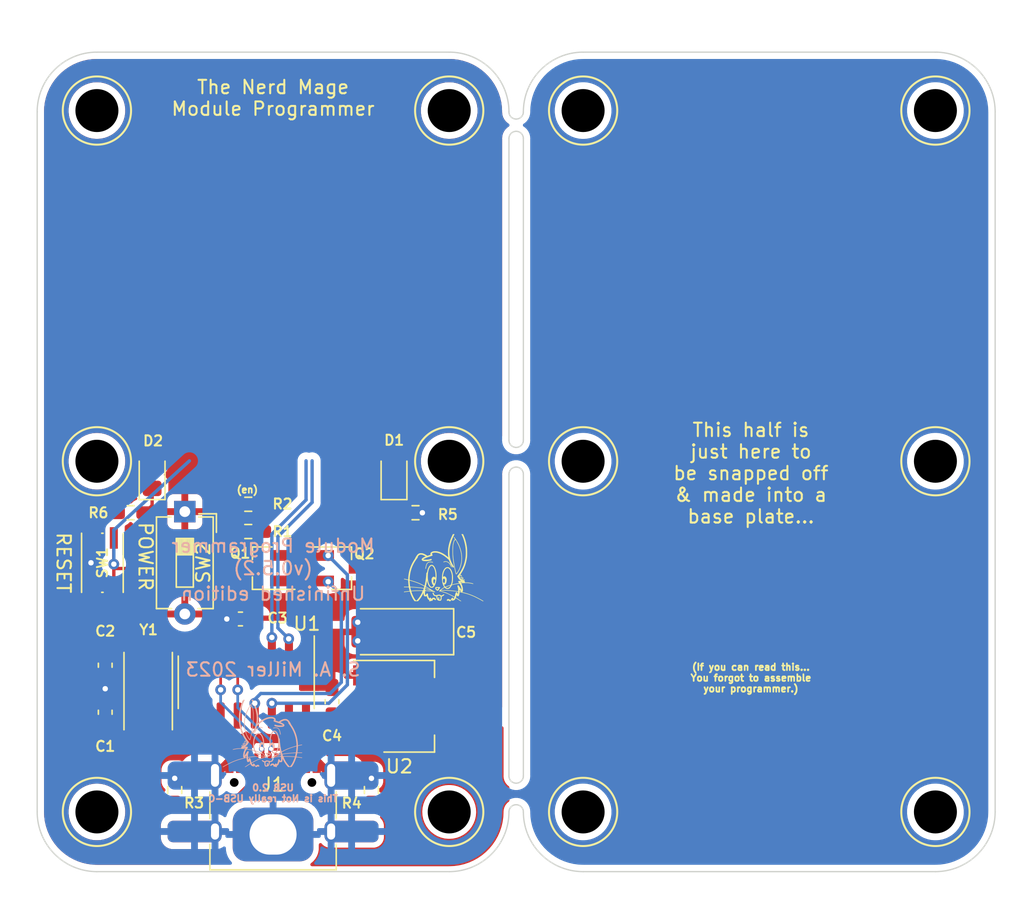
<source format=kicad_pcb>
(kicad_pcb (version 20211014) (generator pcbnew)
  (layers (0 "F.Cu" signal) (31 "B.Cu" signal) (34 "B.Paste" user) (35 "F.Paste" user) (36 "B.SilkS" user "B.Silkscreen") (37 "F.SilkS" user "F.Silkscreen") (38 "B.Mask" user) (39 "F.Mask" user) (44 "Edge.Cuts" user))
  (net 0 "")
  (net 1 "GND")
  (net 2 "Net-(C1-Pad1)")
  (net 3 "Net-(C2-Pad1)")
  (net 4 "RxD")
  (net 5 "TxD")
  (net 6 "RST")
  (net 7 "io0")
  (net 8 "DCD")
  (net 9 "RI")
  (net 10 "DSR")
  (net 11 "CTS")
  (net 12 "DTR")
  (net 13 "RTS")
  (net 14 "Vcc")
  (net 15 "UD+")
  (net 16 "UD-")
  (net 17 "+3.3V")
  (net 19 "EN")
  (net 20 "Vsw")
  (net 23 "CC1")
  (net 24 "CC2")
  (net 25 "Net-(D1-Pad1)")
  (net 26 "Net-(D2-Pad1)")
  (footprint "Tinker:Mount" (layer "F.Cu") (at 163.108 67.919546)
    (fp_text reference "REF**" hide)
    (fp_text value "Mount" hide)
    (pad "" np_thru_hole circle (at 0 0) (size 3.2 3.2) (drill 3.2) (layers *.Mask))
  )
  (footprint "Tinker:C_0603_1608Metric_Pad1.08x0.95mm_HandSolder" (layer "F.Cu") (at 137.51 109.217455 -90)
    (fp_text reference "C2" (at -2.54 0) (layer "F.SilkS") (effects (font (size 0.75 0.75))))
    (fp_text value "20p")
    (pad "1" smd roundrect (at -1.0625 0 270) (size 1.275 0.95) (layers "F.Cu" "F.Paste" "F.Mask") (net 3 "Net-(C2-Pad1)"))
    (pad "2" smd roundrect (at 1.0625 0 270) (size 1.275 0.95) (layers "F.Cu" "F.Paste" "F.Mask") (net 1 "GND"))
  )
  (footprint "Capacitor_Tantalum_SMD:CP_EIA-6032-28_Kemet-C_Pad2.25x2.35mm_HandSolder" (layer "F.Cu") (at 159.505545 106.722019 180)
    (fp_text reference "C5" (at -4.857981 -0.04394) (layer "F.SilkS") (effects (font (size 0.75 0.75))))
    (fp_text value "22uf")
    (pad "1" smd roundrect (at -2.55 0 180) (size 2.25 2.35) (layers "F.Cu" "F.Paste" "F.Mask") (roundrect_rratio 0.1111111111) (net 17 "+3.3V"))
    (pad "2" smd roundrect (at 2.55 0 180) (size 2.25 2.35) (layers "F.Cu" "F.Paste" "F.Mask") (roundrect_rratio 0.1111111111) (net 1 "GND"))
  )
  (footprint "Tinker:Mount" (layer "F.Cu") (at 136.892 120.139455)
    (fp_text reference "REF**" hide)
    (fp_text value "Mount" hide)
    (pad "" np_thru_hole circle (at 0 0) (size 3.2 3.2) (drill 3.2) (layers *.Mask))
  )
  (footprint "Tinker:USB_C_Receptacle_HRO_TYPE-C-31-M-12" (layer "F.Cu") (at 150 120.547455)
    (fp_text reference "J1" (at 0 -2.44) (layer "F.SilkS"))
    (fp_text value "USB_C_Receptacle_USB2.0")
    (pad "" np_thru_hole circle (at -2.89 -2.6) (size 0.65 0.65) (drill 0.65) (layers *.Mask))
    (pad "" np_thru_hole circle (at 2.89 -2.6) (size 0.65 0.65) (drill 0.65) (layers *.Mask))
    (pad "A1" smd rect (at -3.25 -4.045) (size 0.6 1.45) (layers "F.Cu" "F.Paste" "F.Mask") (net 1 "GND"))
    (pad "A4" smd rect (at -2.45 -4.045) (size 0.6 1.45) (layers "F.Cu" "F.Paste" "F.Mask") (net 14 "Vcc"))
    (pad "A5" smd rect (at -1.25 -4.045) (size 0.3 1.45) (layers "F.Cu" "F.Paste" "F.Mask") (net 23 "CC1"))
    (pad "A6" smd rect (at -0.25 -4.045) (size 0.3 1.45) (layers "F.Cu" "F.Paste" "F.Mask") (net 15 "UD+"))
    (pad "A7" smd rect (at 0.25 -4.045) (size 0.3 1.45) (layers "F.Cu" "F.Paste" "F.Mask") (net 16 "UD-"))
    (pad "A8" smd rect (at 1.25 -4.045) (size 0.3 1.45) (layers "F.Cu" "F.Paste" "F.Mask"))
    (pad "A9" smd rect (at 2.45 -4.045) (size 0.6 1.45) (layers "F.Cu" "F.Paste" "F.Mask") (net 14 "Vcc"))
    (pad "A12" smd rect (at 3.25 -4.045) (size 0.6 1.45) (layers "F.Cu" "F.Paste" "F.Mask") (net 1 "GND"))
    (pad "B1" smd rect (at 3.25 -4.045) (size 0.6 1.45) (layers "F.Cu" "F.Paste" "F.Mask") (net 1 "GND"))
    (pad "B4" smd rect (at 2.45 -4.045) (size 0.6 1.45) (layers "F.Cu" "F.Paste" "F.Mask") (net 14 "Vcc"))
    (pad "B5" smd rect (at 1.75 -4.045) (size 0.3 1.45) (layers "F.Cu" "F.Paste" "F.Mask") (net 24 "CC2"))
    (pad "B6" smd rect (at 0.75 -4.045) (size 0.3 1.45) (layers "F.Cu" "F.Paste" "F.Mask") (net 15 "UD+"))
    (pad "B7" smd rect (at -0.75 -4.045) (size 0.3 1.45) (layers "F.Cu" "F.Paste" "F.Mask") (net 16 "UD-"))
    (pad "B8" smd rect (at -1.75 -4.045) (size 0.3 1.45) (layers "F.Cu" "F.Paste" "F.Mask"))
    (pad "B9" smd rect (at -2.45 -4.045) (size 0.6 1.45) (layers "F.Cu" "F.Paste" "F.Mask") (net 14 "Vcc"))
    (pad "B12" smd rect (at -3.25 -4.045) (size 0.6 1.45) (layers "F.Cu" "F.Paste" "F.Mask") (net 1 "GND"))
    (pad "S1" smd roundrect (at -5.846965 -3.118205) (size 4 2.1) (layers "B.Cu" "B.Paste" "B.Mask") (net 1 "GND"))
    (pad "S1" thru_hole oval (at 4.32 -3.13) (size 1 2.1) (drill oval 0.6 1.7) (layers *.Cu *.Mask) (net 1 "GND"))
    (pad "S1" smd roundrect (at 5.096965 -3.118205) (size 2.5 2.1) (layers "F.Cu" "F.Paste" "F.Mask") (net 1 "GND"))
    (pad "S1" smd roundrect (at -5.846965 1.05) (size 4 1.6) (layers "F.Cu" "F.Paste" "F.Mask") (net 1 "GND"))
    (pad "S1" smd roundrect (at -5.846965 1.05) (size 4 1.6) (layers "B.Cu" "B.Paste" "B.Mask") (net 1 "GND"))
    (pad "S1" thru_hole oval (at 4.32 1.05) (size 1 1.6) (drill oval 0.6 1.2) (layers *.Cu *.Mask) (net 1 "GND"))
    (pad "S1" thru_hole oval (at -4.32 1.05) (size 1 1.6) (drill oval 0.6 1.2) (layers *.Cu *.Mask) (net 1 "GND"))
    (pad "S1" thru_hole oval (at -4.32 -3.13) (size 1 2.1) (drill oval 0.6 1.7) (layers *.Cu *.Mask) (net 1 "GND"))
    (pad "S1" smd roundrect (at 5.846965 1.05) (size 4 1.6) (layers "B.Cu" "B.Paste" "B.Mask") (net 1 "GND"))
    (pad "S1" smd roundrect (at 5.846965 1.05) (size 4 1.6) (layers "F.Cu" "F.Paste" "F.Mask") (net 1 "GND"))
    (pad "S1" thru_hole roundrect (at 0 1.27 180) (size 6 4) (drill oval 3.5 3) (layers *.Cu *.Mask) (net 1 "GND"))
    (pad "S1" smd roundrect (at 5.846965 -3.118205) (size 4 2.1) (layers "B.Cu" "B.Paste" "B.Mask") (net 1 "GND"))
    (pad "S1" smd roundrect (at -5.096965 -3.118205) (size 2.5 2.1) (layers "F.Cu" "F.Paste" "F.Mask") (net 1 "GND"))
  )
  (footprint "Tinker:Mount" (layer "F.Cu") (at 199.288 94.029455)
    (fp_text reference "REF**" hide)
    (fp_text value "Mount" hide)
    (pad "" np_thru_hole circle (at 0 0) (size 3.2 3.2) (drill 3.2) (layers *.Mask))
  )
  (footprint "Tinker:R_0603_1608Metric_Pad0.98x0.95mm_HandSolder" (layer "F.Cu") (at 148.154241 97.233483)
    (fp_text reference "R2" (at 2.545759 -0.018765) (layer "F.SilkS") (effects (font (size 0.75 0.75))))
    (fp_text value "10K")
    (pad "1" smd roundrect (at -1.0625 0) (size 1.275 0.95) (layers "F.Cu" "F.Paste" "F.Mask") (net 20 "Vsw"))
    (pad "2" smd roundrect (at 1.0625 0) (size 1.275 0.95) (layers "F.Cu" "F.Paste" "F.Mask") (net 19 "EN"))
  )
  (footprint "Tinker:Mount" (layer "F.Cu") (at 163.108 120.139455)
    (fp_text reference "REF**" hide)
    (fp_text value "Mount" hide)
    (pad "" np_thru_hole circle (at 0 0) (size 3.2 3.2) (drill 3.2) (layers *.Mask))
  )
  (footprint "Crystal:Crystal_SMD_5032-2Pin_5.0x3.2mm" (layer "F.Cu") (at 140.706663 110.967455 90)
    (fp_text reference "Y1" (at 4.39 0.031943) (layer "F.SilkS") (effects (font (size 0.75 0.75))))
    (fp_text value "12M")
    (pad "1" smd rect (at -2.35 0 90) (size 3 2.4) (layers "F.Cu" "F.Paste" "F.Mask") (net 2 "Net-(C1-Pad1)"))
    (pad "2" smd rect (at 2.35 0 90) (size 3 2.4) (layers "F.Cu" "F.Paste" "F.Mask") (net 3 "Net-(C2-Pad1)"))
  )
  (footprint "Tinker:Mount" (layer "F.Cu") (at 173.072 120.139455)
    (fp_text reference "REF**" hide)
    (fp_text value "Mount" hide)
    (pad "" np_thru_hole circle (at 0 0) (size 3.2 3.2) (drill 3.2) (layers *.Mask))
  )
  (footprint "Package_TO_SOT_SMD:SOT-23_Handsoldering" (layer "F.Cu") (at 149.221453 101.990491 180)
    (fp_text reference "Q1" (at 1.674448 1.113434) (layer "F.SilkS") (effects (font (size 0.75 0.75))))
    (fp_text value "MMBT3904")
    (pad "1" smd rect (at -1.5 -0.95 180) (size 1.9 0.8) (layers "F.Cu" "F.Paste" "F.Mask") (net 12 "DTR"))
    (pad "2" smd rect (at -1.5 0.95 180) (size 1.9 0.8) (layers "F.Cu" "F.Paste" "F.Mask") (net 13 "RTS"))
    (pad "3" smd rect (at 1.5 0 180) (size 1.9 0.8) (layers "F.Cu" "F.Paste" "F.Mask") (net 6 "RST"))
  )
  (footprint "Tinker:R_0603_1608Metric_Pad0.98x0.95mm_HandSolder" (layer "F.Cu") (at 142.68 118.507455 90)
    (fp_text reference "R3" (at -0.9668 1.439812) (layer "F.SilkS") (effects (font (size 0.75 0.75))))
    (fp_text value "5k1")
    (pad "1" smd roundrect (at -1.0625 0 90) (size 1.275 0.95) (layers "F.Cu" "F.Paste" "F.Mask") (net 23 "CC1"))
    (pad "2" smd roundrect (at 1.0625 0 90) (size 1.275 0.95) (layers "F.Cu" "F.Paste" "F.Mask") (net 1 "GND"))
  )
  (footprint "Tinker:R_0603_1608Metric_Pad0.98x0.95mm_HandSolder" (layer "F.Cu") (at 157.32 118.507455 90)
    (fp_text reference "R4" (at -0.979818 -1.470937) (layer "F.SilkS") (effects (font (size 0.75 0.75))))
    (fp_text value "5k1")
    (pad "1" smd roundrect (at -1.0625 0 90) (size 1.275 0.95) (layers "F.Cu" "F.Paste" "F.Mask") (net 24 "CC2"))
    (pad "2" smd roundrect (at 1.0625 0 90) (size 1.275 0.95) (layers "F.Cu" "F.Paste" "F.Mask") (net 1 "GND"))
  )
  (footprint "Tinker:Mount" (layer "F.Cu") (at 136.892 94.029455)
    (fp_text reference "REF**" hide)
    (fp_text value "Mount" hide)
    (pad "" np_thru_hole circle (at 0 0) (size 3.2 3.2) (drill 3.2) (layers *.Mask))
  )
  (footprint "Tinker:SW_DIP_SPSTx01_Slide_6.7x4.1mm_W7.62mm_P2.54mm_LowProfile" (layer "F.Cu") (at 143.433 101.590491 -90)
    (fp_text reference "SW2" (at 0.009624 -1.373823 90) (layer "F.SilkS"))
    (fp_text value "SW_DIP_x01")
    (pad "1" thru_hole rect (at -3.81 0 270) (size 1.6 1.6) (drill 0.8) (layers *.Cu *.Mask) (net 20 "Vsw"))
    (pad "2" thru_hole oval (at 3.81 0 270) (size 1.6 1.6) (drill 0.8) (layers *.Cu *.Mask) (net 17 "+3.3V"))
  )
  (footprint "Tinker:C_0603_1608Metric_Pad1.08x0.95mm_HandSolder" (layer "F.Cu") (at 154.387518 111.930933 90)
    (fp_text reference "C4" (at -2.54 0) (layer "F.SilkS") (effects (font (size 0.75 0.75))))
    (fp_text value "100nf")
    (pad "1" smd roundrect (at -1.0625 0 90) (size 1.275 0.95) (layers "F.Cu" "F.Paste" "F.Mask") (net 14 "Vcc"))
    (pad "2" smd roundrect (at 1.0625 0 90) (size 1.275 0.95) (layers "F.Cu" "F.Paste" "F.Mask") (net 1 "GND"))
  )
  (footprint "Package_SO:SOIC-16_3.9x9.9mm_P1.27mm" (layer "F.Cu") (at 148.005 110.487455 -90)
    (fp_text reference "U1" (at -4.358951 -4.515147) (layer "F.SilkS"))
    (fp_text value "CH340G")
    (pad "1" smd roundrect (at -2.475 -4.445 270) (size 1.95 0.6) (layers "F.Cu" "F.Paste" "F.Mask") (net 1 "GND"))
    (pad "2" smd roundrect (at -2.475 -3.175 270) (size 1.95 0.6) (layers "F.Cu" "F.Paste" "F.Mask") (net 4 "RxD"))
    (pad "3" smd roundrect (at -2.475 -1.905 270) (size 1.95 0.6) (layers "F.Cu" "F.Paste" "F.Mask") (net 5 "TxD"))
    (pad "4" smd roundrect (at -2.475 -0.635 270) (size 1.95 0.6) (layers "F.Cu" "F.Paste" "F.Mask") (net 17 "+3.3V"))
    (pad "5" smd roundrect (at -2.475 0.635 270) (size 1.95 0.6) (layers "F.Cu" "F.Paste" "F.Mask") (net 15 "UD+"))
    (pad "6" smd roundrect (at -2.475 1.905 270) (size 1.95 0.6) (layers "F.Cu" "F.Paste" "F.Mask") (net 16 "UD-"))
    (pad "7" smd roundrect (at -2.475 3.175 270) (size 1.95 0.6) (layers "F.Cu" "F.Paste" "F.Mask") (net 2 "Net-(C1-Pad1)"))
    (pad "8" smd roundrect (at -2.475 4.445 270) (size 1.95 0.6) (layers "F.Cu" "F.Paste" "F.Mask") (net 3 "Net-(C2-Pad1)"))
    (pad "9" smd roundrect (at 2.475 4.445 270) (size 1.95 0.6) (layers "F.Cu" "F.Paste" "F.Mask") (net 11 "CTS"))
    (pad "10" smd roundrect (at 2.475 3.175 270) (size 1.95 0.6) (layers "F.Cu" "F.Paste" "F.Mask") (net 10 "DSR"))
    (pad "11" smd roundrect (at 2.475 1.905 270) (size 1.95 0.6) (layers "F.Cu" "F.Paste" "F.Mask") (net 9 "RI"))
    (pad "12" smd roundrect (at 2.475 0.635 270) (size 1.95 0.6) (layers "F.Cu" "F.Paste" "F.Mask") (net 8 "DCD"))
    (pad "13" smd roundrect (at 2.475 -0.635 270) (size 1.95 0.6) (layers "F.Cu" "F.Paste" "F.Mask") (net 12 "DTR"))
    (pad "14" smd roundrect (at 2.475 -1.905 270) (size 1.95 0.6) (layers "F.Cu" "F.Paste" "F.Mask") (net 13 "RTS"))
    (pad "15" smd roundrect (at 2.475 -3.175 270) (size 1.95 0.6) (layers "F.Cu" "F.Paste" "F.Mask"))
    (pad "16" smd roundrect (at 2.475 -4.445 270) (size 1.95 0.6) (layers "F.Cu" "F.Paste" "F.Mask") (net 14 "Vcc"))
  )
  (footprint "Tinker:R_0603_1608Metric_Pad0.98x0.95mm_HandSolder" (layer "F.Cu") (at 160.6 97.862287)
    (fp_text reference "R5" (at 2.4 0.134539 180) (layer "F.SilkS") (effects (font (size 0.75 0.75))))
    (fp_text value "2K2")
    (pad "1" smd roundrect (at -1.0625 0) (size 1.275 0.95) (layers "F.Cu" "F.Paste" "F.Mask") (net 25 "Net-(D1-Pad1)"))
    (pad "2" smd roundrect (at 1.0625 0) (size 1.275 0.95) (layers "F.Cu" "F.Paste" "F.Mask") (net 1 "GND"))
  )
  (footprint "Rabbit:rabbit" (layer "F.Cu") (at 163.073996 101.952784)
    (fp_text reference "G***" hide)
    (fp_text value "LOGO" hide)
  )
  (footprint "Tinker:Mount" (layer "F.Cu") (at 173.072 67.919546)
    (fp_text reference "REF**" hide)
    (fp_text value "Mount" hide)
    (pad "" np_thru_hole circle (at 0 0) (size 3.2 3.2) (drill 3.2) (layers *.Mask))
  )
  (footprint "Tinker:Mount" (layer "F.Cu") (at 173.072 94.029455)
    (fp_text reference "REF**" hide)
    (fp_text value "Mount" hide)
    (pad "" np_thru_hole circle (at 0 0) (size 3.2 3.2) (drill 3.2) (layers *.Mask))
  )
  (footprint "Tinker:SW_Push_TS273014TP" (layer "F.Cu") (at 137.3 101.590491 -90)
    (fp_text reference "SW1" (at 0 0 90) (layer "F.SilkS") (effects (font (size 0.75 0.75))))
    (fp_text value "SW_Push")
    (pad "1" smd rect (at -1.85 -0.85 270) (size 1.6 0.6) (layers "F.Cu" "F.Paste" "F.Mask") (net 6 "RST"))
    (pad "1" smd rect (at 1.85 -0.85 270) (size 1.6 0.6) (layers "F.Cu" "F.Paste" "F.Mask") (net 6 "RST"))
    (pad "2" smd rect (at -1.85 0.85 270) (size 1.6 0.6) (layers "F.Cu" "F.Paste" "F.Mask") (net 1 "GND"))
    (pad "2" smd rect (at 1.85 0.85 270) (size 1.6 0.6) (layers "F.Cu" "F.Paste" "F.Mask") (net 1 "GND"))
  )
  (footprint "Tinker:Mount" (layer "F.Cu") (at 136.892 67.919546)
    (fp_text reference "REF**" hide)
    (fp_text value "Mount" hide)
    (pad "" np_thru_hole circle (at 0 0) (size 3.2 3.2) (drill 3.2) (layers *.Mask))
  )
  (footprint "Package_TO_SOT_SMD:SOT-23_Handsoldering" (layer "F.Cu") (at 155.08 101.994172)
    (fp_text reference "Q2" (at 1.710332 -1.073861) (layer "F.SilkS") (effects (font (size 0.75 0.75))))
    (fp_text value "MMBT3904")
    (pad "1" smd rect (at -1.5 -0.95) (size 1.9 0.8) (layers "F.Cu" "F.Paste" "F.Mask") (net 13 "RTS"))
    (pad "2" smd rect (at -1.5 0.95) (size 1.9 0.8) (layers "F.Cu" "F.Paste" "F.Mask") (net 12 "DTR"))
    (pad "3" smd rect (at 1.5 0) (size 1.9 0.8) (layers "F.Cu" "F.Paste" "F.Mask") (net 7 "io0"))
  )
  (footprint "Tinker:R_0603_1608Metric_Pad0.98x0.95mm_HandSolder" (layer "F.Cu") (at 139.4 97.862287 180)
    (fp_text reference "R6" (at 2.4 -0.00632 180) (layer "F.SilkS") (effects (font (size 0.75 0.75))))
    (fp_text value "2K2")
    (pad "1" smd roundrect (at -1.0625 0 180) (size 1.275 0.95) (layers "F.Cu" "F.Paste" "F.Mask") (net 26 "Net-(D2-Pad1)"))
    (pad "2" smd roundrect (at 1.0625 0 180) (size 1.275 0.95) (layers "F.Cu" "F.Paste" "F.Mask") (net 1 "GND"))
  )
  (footprint "Tinker:Mount" (layer "F.Cu") (at 199.288 67.919546)
    (fp_text reference "REF**" hide)
    (fp_text value "Mount" hide)
    (pad "" np_thru_hole circle (at 0 0) (size 3.2 3.2) (drill 3.2) (layers *.Mask))
  )
  (footprint "LED_SMD:LED_0805_2012Metric_Pad1.15x1.40mm_HandSolder" (layer "F.Cu") (at 159 95.025 90)
    (fp_text reference "D1" (at 2.560701 0.00966) (layer "F.SilkS") (effects (font (size 0.75 0.75))))
    (fp_text value "LED")
    (pad "1" smd roundrect (at -1.025 0 90) (size 1.15 1.4) (layers "F.Cu" "F.Paste" "F.Mask") (roundrect_rratio 0.2173913043) (net 25 "Net-(D1-Pad1)"))
    (pad "2" smd roundrect (at 1.025 0 90) (size 1.15 1.4) (layers "F.Cu" "F.Paste" "F.Mask") (roundrect_rratio 0.2173913043) (net 17 "+3.3V"))
  )
  (footprint "Tinker:C_0603_1608Metric_Pad1.08x0.95mm_HandSolder" (layer "F.Cu") (at 137.51 112.717455 90)
    (fp_text reference "C1" (at -2.54 0) (layer "F.SilkS") (effects (font (size 0.75 0.75))))
    (fp_text value "20p")
    (pad "1" smd roundrect (at -1.0625 0 90) (size 1.275 0.95) (layers "F.Cu" "F.Paste" "F.Mask") (net 2 "Net-(C1-Pad1)"))
    (pad "2" smd roundrect (at 1.0625 0 90) (size 1.275 0.95) (layers "F.Cu" "F.Paste" "F.Mask") (net 1 "GND"))
  )
  (footprint "LED_SMD:LED_0805_2012Metric_Pad1.15x1.40mm_HandSolder" (layer "F.Cu") (at 141 95.025 90)
    (fp_text reference "D2" (at 2.511709 0.071764 180) (layer "F.SilkS") (effects (font (size 0.75 0.75))))
    (fp_text value "LED")
    (pad "1" smd roundrect (at -1.025 0 90) (size 1.15 1.4) (layers "F.Cu" "F.Paste" "F.Mask") (roundrect_rratio 0.2173913043) (net 26 "Net-(D2-Pad1)"))
    (pad "2" smd roundrect (at 1.025 0 90) (size 1.15 1.4) (layers "F.Cu" "F.Paste" "F.Mask") (roundrect_rratio 0.2173913043) (net 20 "Vsw"))
  )
  (footprint "Tinker:Mount" (layer "F.Cu") (at 199.288 120.139455)
    (fp_text reference "REF**" hide)
    (fp_text value "Mount" hide)
    (pad "" np_thru_hole circle (at 0 0) (size 3.2 3.2) (drill 3.2) (layers *.Mask))
  )
  (footprint "Package_TO_SOT_SMD:SOT-223-3_TabPin2" (layer "F.Cu") (at 160.105545 112.273364)
    (fp_text reference "U2" (at -0.711477 4.476729) (layer "F.SilkS"))
    (fp_text value "AMS1117-3.3")
    (pad "1" smd rect (at -3.15 -2.3) (size 2 1.5) (layers "F.Cu" "F.Paste" "F.Mask") (net 1 "GND"))
    (pad "2" smd rect (at -3.15 0) (size 2 1.5) (layers "F.Cu" "F.Paste" "F.Mask") (net 17 "+3.3V"))
    (pad "2" smd rect (at 3.15 0) (size 2 3.8) (layers "F.Cu" "F.Paste" "F.Mask") (net 17 "+3.3V"))
    (pad "3" smd rect (at -3.15 2.3) (size 2 1.5) (layers "F.Cu" "F.Paste" "F.Mask") (net 14 "Vcc"))
  )
  (footprint "Tinker:C_0603_1608Metric_Pad1.08x0.95mm_HandSolder" (layer "F.Cu") (at 147.57359 105.77372 180)
    (fp_text reference "C3" (at -2.75772 0.06892) (layer "F.SilkS") (effects (font (size 0.75 0.75))))
    (fp_text value "10nf")
    (pad "1" smd roundrect (at -1.0625 0 180) (size 1.275 0.95) (layers "F.Cu" "F.Paste" "F.Mask") (net 17 "+3.3V"))
    (pad "2" smd roundrect (at 1.0625 0 180) (size 1.275 0.95) (layers "F.Cu" "F.Paste" "F.Mask") (net 1 "GND"))
  )
  (footprint "Tinker:R_0603_1608Metric_Pad0.98x0.95mm_HandSolder" (layer "F.Cu") (at 148.154241 99.262498)
    (fp_text reference "R1" (at 2.545759 0.006202) (layer "F.SilkS") (effects (font (size 0.75 0.75))))
    (fp_text value "10K")
    (pad "1" smd roundrect (at -1.0625 0) (size 1.275 0.95) (layers "F.Cu" "F.Paste" "F.Mask") (net 20 "Vsw"))
    (pad "2" smd roundrect (at 1.0625 0) (size 1.275 0.95) (layers "F.Cu" "F.Paste" "F.Mask") (net 6 "RST"))
  )
  (footprint "Tinker:Mount" (layer "F.Cu") (at 163.108 94.029455)
    (fp_text reference "REF**" hide)
    (fp_text value "Mount" hide)
    (pad "" np_thru_hole circle (at 0 0) (size 3.2 3.2) (drill 3.2) (layers *.Mask))
  )
  (footprint "Rabbit:rabbit" (layer "B.Cu") (at 148.83 114.297455 180)
    (fp_text reference "G***" hide)
    (fp_text value "LOGO" hide)
  )
  (gr_line (start 163.108 63.569635) (end 136.892001 63.569636) (layer "Edge.Cuts") (width 0.1))
  (gr_arc (start 132.447 68.014637) (mid 133.748927 64.871552) (end 136.892001 63.569636) (layer "Edge.Cuts") (width 0.1))
  (gr_arc (start 203.733 120.139454) (mid 202.431112 123.282566) (end 199.288 124.584454) (layer "Edge.Cuts") (width 0.1))
  (gr_arc (start 168.627 68.014637) (mid 169.928943 64.871579) (end 173.072001 63.569636) (layer "Edge.Cuts") (width 0.1))
  (gr_arc (start 199.288 63.569635) (mid 202.431083 64.871553) (end 203.733001 68.014636) (layer "Edge.Cuts") (width 0.1))
  (gr_arc (start 173.072 124.584454) (mid 169.92892 123.282534) (end 168.627 120.139454) (layer "Edge.Cuts") (width 0.1))
  (gr_arc (start 167.553 120.139454) (mid 166.25109 123.282544) (end 163.108 124.584454) (layer "Edge.Cuts") (width 0.1))
  (gr_line (start 203.733 120.139454) (end 203.733001 68.014636) (layer "Edge.Cuts") (width 0.1))
  (gr_arc (start 168.627 92.463) (mid 168.09 93) (end 167.553 92.463) (layer "Edge.Cuts") (width 0.1))
  (gr_arc (start 167.553 95) (mid 168.09 94.463) (end 168.627 95) (layer "Edge.Cuts") (width 0.1))
  (gr_arc (start 163.108 63.569635) (mid 166.251113 64.871542) (end 167.553001 68.014636) (layer "Edge.Cuts") (width 0.1))
  (gr_arc (start 167.553 70) (mid 168.09 69.463) (end 168.627 70) (layer "Edge.Cuts") (width 0.1))
  (gr_arc (start 167.553 120.139454) (mid 168.09 119.602454) (end 168.627 120.139454) (layer "Edge.Cuts") (width 0.1))
  (gr_line (start 168.627 95) (end 168.627 117.463) (layer "Edge.Cuts") (width 0.1))
  (gr_line (start 136.892 124.584454) (end 163.108 124.584454) (layer "Edge.Cuts") (width 0.1))
  (gr_arc (start 168.627 117.463) (mid 168.09 118) (end 167.553 117.463) (layer "Edge.Cuts") (width 0.1))
  (gr_line (start 199.288 63.569635) (end 173.072001 63.569636) (layer "Edge.Cuts") (width 0.1))
  (gr_line (start 173.072 124.584454) (end 199.288 124.584454) (layer "Edge.Cuts") (width 0.1))
  (gr_arc (start 168.627 68.014637) (mid 168.09 68.551637) (end 167.553 68.014637) (layer "Edge.Cuts") (width 0.1))
  (gr_line (start 132.447 68.014637) (end 132.447 120.139454) (layer "Edge.Cuts") (width 0.1))
  (gr_line (start 167.553 92.463) (end 167.553 70) (layer "Edge.Cuts") (width 0.1))
  (gr_arc (start 136.892 124.584454) (mid 133.748911 123.282544) (end 132.447 120.139454) (layer "Edge.Cuts") (width 0.1))
  (gr_line (start 167.553 95) (end 167.553 117.463) (layer "Edge.Cuts") (width 0.1))
  (gr_line (start 168.627 70) (end 168.627 92.463) (layer "Edge.Cuts") (width 0.1))
  (gr_text "Unfinished edition" (at 150 103.896439) (layer "B.SilkS") (effects (font (size 1 1)) (justify mirror)))
  (gr_text "Module Programmer" (at 150 100.327455) (layer "B.SilkS") (effects (font (size 1 1)) (justify mirror)))
  (gr_text "USB 2.0\nThis is Not really USB-C" (at 149.999999 118.742813) (layer "B.SilkS") (effects (font (size 0.5 0.5) (thickness 0.125)) (justify mirror)))
  (gr_text "S. A. Miller 2023" (at 150 109.541155) (layer "B.SilkS") (effects (font (size 1 1)) (justify mirror)))
  (gr_text "(v0.5.2)" (at 150 101.997455) (layer "B.SilkS") (effects (font (size 1 1)) (justify mirror)))
  (gr_text "POWER" (at 140.509453 101.121199 270) (layer "F.SilkS") (effects (font (size 1 1))))
  (gr_text "(en)" (at 148.089211 96.15124) (layer "F.SilkS") (effects (font (size 0.5 0.5) (thickness 0.125))))
  (gr_text "(If you can read this...\nYou forgot to assemble\nyour programmer.)" (at 185.56 110.16) (layer "F.SilkS") (effects (font (size 0.5 0.5) (thickness 0.125))))
  (gr_text "This half is\njust here to\nbe snapped off\n& made into a\nbase plate..." (at 185.56 94.92) (layer "F.SilkS") (effects (font (size 1 1))))
  (gr_text "RESET" (at 134.409789 101.590491 270) (layer "F.SilkS") (effects (font (size 1 1))))
  (gr_text "The Nerd Mage\nModule Programmer" (at 150 66.98) (layer "F.SilkS") (effects (font (size 1 1))))
  (segment (start 146.595 116.502455) (end 145.68 117.417455) (width 0.6) (layer "F.Cu") (net 1))
  (segment (start 146.75 116.502455) (end 146.595 116.502455) (width 0.6) (layer "F.Cu") (net 1))
  (segment (start 153.25 116.502455) (end 153.405 116.502455) (width 0.6) (layer "F.Cu") (net 1))
  (segment (start 142.68 117.637455) (end 144.69483 117.637455) (width 0.25) (layer "F.Cu") (net 1))
  (segment (start 153.405 116.502455) (end 154.32 117.417455) (width 0.6) (layer "F.Cu") (net 1))
  (segment (start 136.45 98.461045) (end 136.45 99.740491) (width 0.25) (layer "F.Cu") (net 1))
  (segment (start 138.3375 97.862287) (end 137.048758 97.862287) (width 0.25) (layer "F.Cu") (net 1))
  (segment (start 136.45 99.740491) (end 136.45 103.440491) (width 0.25) (layer "F.Cu") (net 1))
  (segment (start 157.32 117.637455) (end 155.30517 117.637455) (width 0.25) (layer "F.Cu") (net 1))
  (segment (start 144.69483 117.637455) (end 144.903035 117.42925) (width 0.25) (layer "F.Cu") (net 1))
  (segment (start 155.30517 117.637455) (end 155.096965 117.42925) (width 0.25) (layer "F.Cu") (net 1))
  (segment (start 137.048758 97.862287) (end 136.45 98.461045) (width 0.25) (layer "F.Cu") (net 1))
  (via (at 146.55759 105.77372) (size 0.8) (drill 0.4) (layers "F.Cu" "B.Cu") (net 1))
  (via (at 142.68 117.637455) (size 0.8) (drill 0.4) (layers "F.Cu" "B.Cu") (net 1))
  (via (at 137.51 110.967455) (size 0.8) (drill 0.4) (layers "F.Cu" "B.Cu") (net 1))
  (via (at 156.3 106.015601) (size 0.8) (drill 0.4) (layers "F.Cu" "B.Cu") (net 1))
  (via (at 161.110836 97.866252) (size 0.8) (drill 0.4) (layers "F.Cu" "B.Cu") (net 1))
  (via (at 156.3 107.402273) (size 0.8) (drill 0.4) (layers "F.Cu" "B.Cu") (net 1))
  (via (at 157.32 117.637455) (size 0.8) (drill 0.4) (layers "F.Cu" "B.Cu") (net 1))
  (via (at 136.45 101.590491) (size 0.8) (drill 0.4) (layers "F.Cu" "B.Cu") (net 1))
  (segment (start 137.51 113.579955) (end 137.7725 113.317455) (width 0.25) (layer "F.Cu") (net 2))
  (segment (start 140.82 113.317455) (end 140.706663 113.317455) (width 0.25) (layer "F.Cu") (net 2))
  (segment (start 144.83 109.307455) (end 140.82 113.317455) (width 0.25) (layer "F.Cu") (net 2))
  (segment (start 137.7725 113.317455) (end 140.706663 113.317455) (width 0.25) (layer "F.Cu") (net 2))
  (segment (start 144.83 108.012455) (end 144.83 109.307455) (width 0.25) (layer "F.Cu") (net 2))
  (segment (start 137.7725 108.617455) (end 140.706663 108.617455) (width 0.25) (layer "F.Cu") (net 3))
  (segment (start 143.56 108.012455) (end 142.955 108.617455) (width 0.25) (layer "F.Cu") (net 3))
  (segment (start 137.51 108.354955) (end 137.7725 108.617455) (width 0.25) (layer "F.Cu") (net 3))
  (segment (start 142.955 108.617455) (end 140.706663 108.617455) (width 0.25) (layer "F.Cu") (net 3))
  (via (at 151.163498 107.247455) (size 0.8) (drill 0.4) (layers "F.Cu" "B.Cu") (net 4))
  (segment (start 150.36 106.443957) (end 151.163498 107.247455) (width 0.25) (layer "B.Cu") (net 4))
  (segment (start 152.54 97.46) (end 152.905507 97.094493) (width 0.25) (layer "B.Cu") (net 4))
  (segment (start 152.54 97.46) (end 150.36 99.64) (width 0.25) (layer "B.Cu") (net 4))
  (segment (start 150.36 99.64) (end 150.36 106.443957) (width 0.25) (layer "B.Cu") (net 4))
  (segment (start 152.905507 97.094493) (end 152.905507 94) (width 0.25) (layer "B.Cu") (net 4))
  (via (at 149.91 107.147455) (size 0.8) (drill 0.4) (layers "F.Cu" "B.Cu") (net 5))
  (segment (start 152.221802 97.141802) (end 149.91 99.453604) (width 0.25) (layer "B.Cu") (net 5))
  (segment (start 152.221802 97.141802) (end 152.455507 96.908097) (width 0.25) (layer "B.Cu") (net 5))
  (segment (start 152.455507 96.908097) (end 152.455507 94) (width 0.25) (layer "B.Cu") (net 5))
  (segment (start 149.91 99.453604) (end 149.91 107.147455) (width 0.25) (layer "B.Cu") (net 5))
  (segment (start 147.721453 101.990491) (end 140.614962 101.990491) (width 0.25) (layer "F.Cu") (net 6))
  (segment (start 138.15 101.69) (end 138.15 103.440491) (width 0.25) (layer "F.Cu") (net 6))
  (segment (start 147.721453 101.990491) (end 147.721453 100.757786) (width 0.25) (layer "F.Cu") (net 6))
  (segment (start 147.721453 100.757786) (end 149.216741 99.262498) (width 0.25) (layer "F.Cu") (net 6))
  (segment (start 140.614962 101.990491) (end 140.587998 102.017455) (width 0.25) (layer "F.Cu") (net 6))
  (segment (start 138.15 99.740491) (end 138.15 101.69) (width 0.25) (layer "F.Cu") (net 6))
  (segment (start 140.587998 102.017455) (end 138.15 102.017455) (width 0.25) (layer "F.Cu") (net 6))
  (via (at 138.15 101.69) (size 0.8) (drill 0.4) (layers "F.Cu" "B.Cu") (net 6))
  (segment (start 138.15 99.15) (end 143.776534 94) (width 0.25) (layer "B.Cu") (net 6))
  (segment (start 138.15 101.69) (end 138.15 99.15) (width 0.25) (layer "B.Cu") (net 6))
  (segment (start 156.58 101.994172) (end 156.58 94) (width 0.25) (layer "F.Cu") (net 7))
  (segment (start 150.721453 102.940491) (end 153.576319 102.940491) (width 0.25) (layer "F.Cu") (net 12))
  (via (at 148.64 112.047455) (size 0.8) (drill 0.4) (layers "F.Cu" "B.Cu") (net 12))
  (via (at 154.1 102.997589) (size 0.8) (drill 0.4) (layers "F.Cu" "B.Cu") (net 12))
  (segment (start 155.08 110.487455) (end 155.08 103.977589) (width 0.25) (layer "B.Cu") (net 12))
  (segment (start 154.245 111.322455) (end 155.08 110.487455) (width 0.25) (layer "B.Cu") (net 12))
  (segment (start 148.64 111.764455) (end 149.082 111.322455) (width 0.25) (layer "B.Cu") (net 12))
  (segment (start 155.08 103.977589) (end 154.1 102.997589) (width 0.25) (layer "B.Cu") (net 12))
  (segment (start 149.082 111.322455) (end 154.245 111.322455) (width 0.25) (layer "B.Cu") (net 12))
  (segment (start 148.64 112.047455) (end 148.64 111.764455) (width 0.25) (layer "B.Cu") (net 12))
  (segment (start 150.721453 101.040491) (end 153.576319 101.040491) (width 0.25) (layer "F.Cu") (net 13))
  (via (at 154.1 101.050536) (size 0.8) (drill 0.4) (layers "F.Cu" "B.Cu") (net 13))
  (via (at 149.91 112.047455) (size 0.8) (drill 0.4) (layers "F.Cu" "B.Cu") (net 13))
  (segment (start 154.1 101.050536) (end 155.53 102.480536) (width 0.25) (layer "B.Cu") (net 13))
  (segment (start 154.156396 112.047455) (end 149.91 112.047455) (width 0.25) (layer "B.Cu") (net 13))
  (segment (start 155.53 102.480536) (end 155.53 110.673851) (width 0.25) (layer "B.Cu") (net 13))
  (segment (start 155.53 110.673851) (end 154.156396 112.047455) (width 0.25) (layer "B.Cu") (net 13))
  (segment (start 152.45 114.987602) (end 152.228502 114.766104) (width 0.6) (layer "F.Cu") (net 14))
  (segment (start 148.311351 114.766104) (end 151.844585 114.766104) (width 0.5) (layer "F.Cu") (net 14))
  (segment (start 147.55 114.978677) (end 147.762573 114.766104) (width 0.6) (layer "F.Cu") (net 14))
  (segment (start 152.45 115.477455) (end 152.45 114.987602) (width 0.6) (layer "F.Cu") (net 14))
  (segment (start 152.228502 114.766104) (end 151.844585 114.766104) (width 0.6) (layer "F.Cu") (net 14))
  (segment (start 152.45 114.987602) (end 152.45 113.179455) (width 0.6) (layer "F.Cu") (net 14))
  (segment (start 152.45 116.502455) (end 152.45 115.477455) (width 0.6) (layer "F.Cu") (net 14))
  (segment (start 152.228502 114.766104) (end 152.421242 114.573364) (width 0.6) (layer "F.Cu") (net 14))
  (segment (start 154.085909 114.573364) (end 156.955545 114.573364) (width 0.6) (layer "F.Cu") (net 14))
  (segment (start 147.55 116.502455) (end 147.55 114.978677) (width 0.6) (layer "F.Cu") (net 14))
  (segment (start 152.421242 114.573364) (end 154.085909 114.573364) (width 0.6) (layer "F.Cu") (net 14))
  (segment (start 147.762573 114.766104) (end 148.311351 114.766104) (width 0.6) (layer "F.Cu") (net 14))
  (segment (start 149.75 115.527455) (end 149.8 115.477455) (width 0.2) (layer "F.Cu") (net 15))
  (segment (start 147.37 108.012455) (end 147.37 111.047455) (width 0.2) (layer "F.Cu") (net 15))
  (segment (start 149.75 116.502455) (end 149.75 115.527455) (width 0.2) (layer "F.Cu") (net 15))
  (segment (start 150.7 115.477455) (end 150.75 115.527455) (width 0.2) (layer "F.Cu") (net 15))
  (segment (start 149.8 115.477455) (end 150.7 115.477455) (width 0.2) (layer "F.Cu") (net 15))
  (segment (start 150.75 115.527455) (end 150.75 116.502455) (width 0.2) (layer "F.Cu") (net 15))
  (via (at 149.85 115.441595) (size 0.4) (drill 0.3) (layers "F.Cu" "B.Cu") (net 15))
  (via (at 147.37 111.047455) (size 0.8) (drill 0.4) (layers "F.Cu" "B.Cu") (net 15))
  (segment (start 149.85 114.851769) (end 149.85 115.491595) (width 0.2) (layer "B.Cu") (net 15))
  (segment (start 147.37 112.371769) (end 149.85 114.851769) (width 0.2) (layer "B.Cu") (net 15))
  (segment (start 147.37 111.047455) (end 147.37 112.371769) (width 0.2) (layer "B.Cu") (net 15))
  (segment (start 149.3 117.527455) (end 150.2 117.527455) (width 0.2) (layer "F.Cu") (net 16))
  (segment (start 150.25 117.477455) (end 150.25 116.502455) (width 0.2) (layer "F.Cu") (net 16))
  (segment (start 149.25 115.591595) (end 149.15 115.491595) (width 0.2) (layer "F.Cu") (net 16))
  (segment (start 149.25 117.477455) (end 149.3 117.527455) (width 0.2) (layer "F.Cu") (net 16))
  (segment (start 149.25 116.502455) (end 149.25 115.591595) (width 0.2) (layer "F.Cu") (net 16))
  (segment (start 149.25 116.502455) (end 149.25 117.477455) (width 0.2) (layer "F.Cu") (net 16))
  (segment (start 150.2 117.527455) (end 150.25 117.477455) (width 0.2) (layer "F.Cu") (net 16))
  (segment (start 146.1 108.012455) (end 146.1 111.047455) (width 0.2) (layer "F.Cu") (net 16))
  (via (at 149.15 115.441595) (size 0.4) (drill 0.3) (layers "F.Cu" "B.Cu") (net 16))
  (via (at 146.1 111.047455) (size 0.8) (drill 0.4) (layers "F.Cu" "B.Cu") (net 16))
  (segment (start 146.1 111.983382) (end 146.1 111.047455) (width 0.2) (layer "B.Cu") (net 16))
  (segment (start 149.15 115.033382) (end 146.1 111.983382) (width 0.2) (layer "B.Cu") (net 16))
  (segment (start 149.15 115.491595) (end 149.15 115.033382) (width 0.2) (layer "B.Cu") (net 16))
  (segment (start 148.857 105.77763) (end 148.85309 105.77372) (width 0.25) (layer "F.Cu") (net 17))
  (segment (start 148.64 108.012455) (end 148.64 105.77763) (width 0.6) (layer "F.Cu") (net 17))
  (segment (start 149.211009 97.227751) (end 149.211009 94) (width 0.25) (layer "F.Cu") (net 19))
  (segment (start 149.216741 97.233483) (end 149.211009 97.227751) (width 0.25) (layer "F.Cu") (net 19))
  (segment (start 146.7075 119.569955) (end 142.68 119.569955) (width 0.25) (layer "F.Cu") (net 23))
  (segment (start 148.725 116.527455) (end 148.725 117.552455) (width 0.25) (layer "F.Cu") (net 23))
  (segment (start 148.725 117.552455) (end 146.7075 119.569955) (width 0.25) (layer "F.Cu") (net 23))
  (segment (start 148.75 116.502455) (end 148.725 116.527455) (width 0.25) (layer "F.Cu") (net 23))
  (segment (start 153.052132 119.569955) (end 151.75 118.267823) (width 0.25) (layer "F.Cu") (net 24))
  (segment (start 151.75 118.267823) (end 151.75 116.502455) (width 0.25) (layer "F.Cu") (net 24))
  (segment (start 157.32 119.569955) (end 153.052132 119.569955) (width 0.25) (layer "F.Cu") (net 24))
  (segment (start 159 96.05) (end 159 97.324787) (width 0.25) (layer "F.Cu") (net 25))
  (segment (start 159 97.324787) (end 159.5375 97.862287) (width 0.25) (layer "F.Cu") (net 25))
  (segment (start 141 96.05) (end 141 97.324787) (width 0.25) (layer "F.Cu") (net 26))
  (segment (start 141 97.324787) (end 140.4625 97.862287) (width 0.25) (layer "F.Cu") (net 26))
  (zone (net 14) (net_name "Vcc") (layer "F.Cu") (connect_pads (clearance 0.4)) (min_thickness 0.254) (fill yes (thermal_gap 0.4) (thermal_bridge_width 0.4))
    (polygon (pts (xy 167.627939 126.993413) (xy 145.937498 126.997454) (xy 145.933717 112.760084) (xy 156.39031 112.760084) (xy 156.377489 113.724739) (xy 167.567224 113.764584)))
  )
  (zone (net 17) (net_name "+3.3V") (layer "F.Cu") (connect_pads (clearance 0.508)) (min_thickness 0.254) (fill yes (thermal_gap 0.508) (thermal_bridge_width 0.508))
    (polygon (pts (xy 167.581675 112.464591) (xy 157.888336 112.459655) (xy 157.865997 105.921436) (xy 149.287243 105.907939) (xy 149.291422 109.06665) (xy 145.342624 109.085943) (xy 145.380156 126.937555) (xy 130.267156 126.937555) (xy 130.268273 100.44239) (xy 148.600842 100.441194) (xy 148.600779 93.333814) (xy 167.540256 93.335585)))
  )
  (zone (net 20) (net_name "Vsw") (layer "F.Cu") (connect_pads (clearance 0.508)) (min_thickness 0.254) (fill yes (thermal_gap 0.508) (thermal_bridge_width 0.508))
    (polygon (pts (xy 167.575597 92.274087) (xy 147.73358 92.278288) (xy 147.765087 99.819228) (xy 130.312478 99.879589) (xy 130.235179 61.794086) (xy 167.575597 61.794087)))
  )
  (zone (net 1) (net_name "GND") (layer "F.Cu") (connect_pads (clearance 0.508)) (min_thickness 0.254) (fill yes (thermal_gap 0.508) (thermal_bridge_width 0.508))
    (polygon (pts (xy 157.18535 106.498277) (xy 157.199255 111.113392) (xy 151.931777 111.13527) (xy 151.934492 106.500162)))
  )
  (zone (net 1) (net_name "GND") (layer "B.Cu") (connect_pads (clearance 0.508)) (min_thickness 0.254) (fill yes (thermal_gap 0.508) (thermal_bridge_width 0.508))
    (polygon (pts (xy 205.88 128.267455) (xy 129.68 128.267455) (xy 129.68 59.687455) (xy 205.88 59.687455)))
  )
)
</source>
